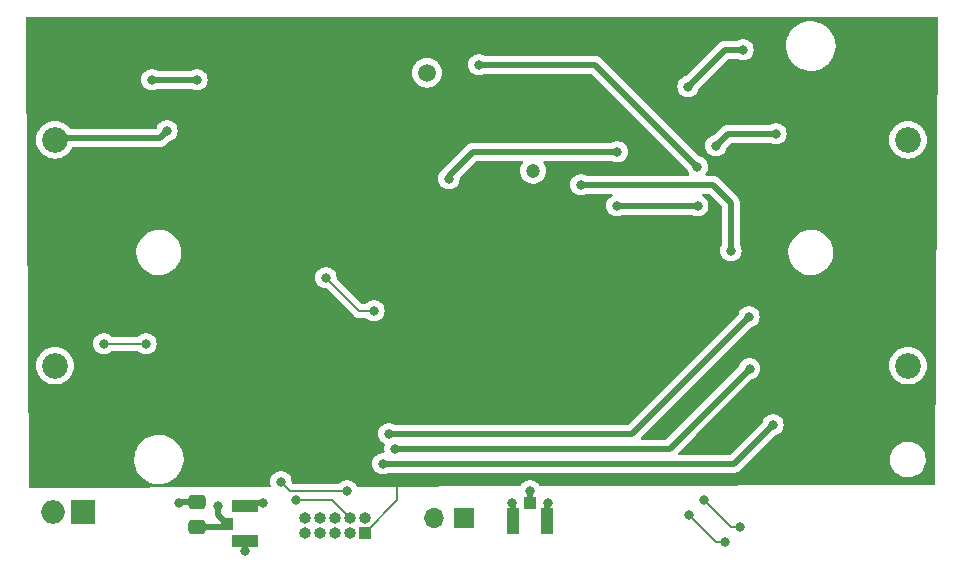
<source format=gbr>
%TF.GenerationSoftware,KiCad,Pcbnew,7.0.1*%
%TF.CreationDate,2023-11-14T16:04:30+01:00*%
%TF.ProjectId,Central_pcb,43656e74-7261-46c5-9f70-63622e6b6963,rev?*%
%TF.SameCoordinates,Original*%
%TF.FileFunction,Copper,L1,Top*%
%TF.FilePolarity,Positive*%
%FSLAX46Y46*%
G04 Gerber Fmt 4.6, Leading zero omitted, Abs format (unit mm)*
G04 Created by KiCad (PCBNEW 7.0.1) date 2023-11-14 16:04:30*
%MOMM*%
%LPD*%
G01*
G04 APERTURE LIST*
G04 Aperture macros list*
%AMRoundRect*
0 Rectangle with rounded corners*
0 $1 Rounding radius*
0 $2 $3 $4 $5 $6 $7 $8 $9 X,Y pos of 4 corners*
0 Add a 4 corners polygon primitive as box body*
4,1,4,$2,$3,$4,$5,$6,$7,$8,$9,$2,$3,0*
0 Add four circle primitives for the rounded corners*
1,1,$1+$1,$2,$3*
1,1,$1+$1,$4,$5*
1,1,$1+$1,$6,$7*
1,1,$1+$1,$8,$9*
0 Add four rect primitives between the rounded corners*
20,1,$1+$1,$2,$3,$4,$5,0*
20,1,$1+$1,$4,$5,$6,$7,0*
20,1,$1+$1,$6,$7,$8,$9,0*
20,1,$1+$1,$8,$9,$2,$3,0*%
G04 Aperture macros list end*
%TA.AperFunction,SMDPad,CuDef*%
%ADD10RoundRect,0.250000X-0.475000X0.337500X-0.475000X-0.337500X0.475000X-0.337500X0.475000X0.337500X0*%
%TD*%
%TA.AperFunction,ComponentPad*%
%ADD11R,2.000000X2.000000*%
%TD*%
%TA.AperFunction,ComponentPad*%
%ADD12O,2.000000X2.000000*%
%TD*%
%TA.AperFunction,ComponentPad*%
%ADD13R,1.000000X1.000000*%
%TD*%
%TA.AperFunction,ComponentPad*%
%ADD14O,1.000000X1.000000*%
%TD*%
%TA.AperFunction,SMDPad,CuDef*%
%ADD15R,1.100000X2.250000*%
%TD*%
%TA.AperFunction,SMDPad,CuDef*%
%ADD16R,1.050000X1.100000*%
%TD*%
%TA.AperFunction,ComponentPad*%
%ADD17C,2.175000*%
%TD*%
%TA.AperFunction,SMDPad,CuDef*%
%ADD18R,2.250000X1.100000*%
%TD*%
%TA.AperFunction,SMDPad,CuDef*%
%ADD19R,1.100000X1.050000*%
%TD*%
%TA.AperFunction,ComponentPad*%
%ADD20R,1.700000X1.700000*%
%TD*%
%TA.AperFunction,ComponentPad*%
%ADD21O,1.700000X1.700000*%
%TD*%
%TA.AperFunction,ComponentPad*%
%ADD22C,1.500000*%
%TD*%
%TA.AperFunction,ComponentPad*%
%ADD23C,1.200000*%
%TD*%
%TA.AperFunction,ViaPad*%
%ADD24C,0.800000*%
%TD*%
%TA.AperFunction,Conductor*%
%ADD25C,0.200000*%
%TD*%
%TA.AperFunction,Conductor*%
%ADD26C,0.508000*%
%TD*%
G04 APERTURE END LIST*
D10*
%TO.P,C23,1*%
%TO.N,GND*%
X115062000Y-109960500D03*
%TO.P,C23,2*%
%TO.N,Net-(J4-SIG)*%
X115062000Y-112035500D03*
%TD*%
D11*
%TO.P,J6,1,Pin_1*%
%TO.N,Net-(J6-Pin_1)*%
X105410000Y-110744000D03*
D12*
%TO.P,J6,2,Pin_2*%
%TO.N,GND*%
X102870000Y-110744000D03*
%TD*%
D13*
%TO.P,J1,1,VTref*%
%TO.N,+3.3V*%
X129286000Y-112522000D03*
D14*
%TO.P,J1,2,SWDIO/TMS*%
%TO.N,Net-(J1-SWDIO{slash}TMS)*%
X129286000Y-111252000D03*
%TO.P,J1,3,GND*%
%TO.N,GND*%
X128016000Y-112522000D03*
%TO.P,J1,4,SWDCLK/TCK*%
%TO.N,Net-(J1-SWDCLK{slash}TCK)*%
X128016000Y-111252000D03*
%TO.P,J1,5,GND*%
%TO.N,GND*%
X126746000Y-112522000D03*
%TO.P,J1,6,SWO/TDO*%
%TO.N,SW0*%
X126746000Y-111252000D03*
%TO.P,J1,7,KEY*%
%TO.N,unconnected-(J1-KEY-Pad7)*%
X125476000Y-112522000D03*
%TO.P,J1,8,NC/TDI*%
%TO.N,unconnected-(J1-NC{slash}TDI-Pad8)*%
X125476000Y-111252000D03*
%TO.P,J1,9,GNDDetect*%
%TO.N,GND*%
X124206000Y-112522000D03*
%TO.P,J1,10,~{RESET}*%
%TO.N,Nreset*%
X124206000Y-111252000D03*
%TD*%
D15*
%TO.P,J2,1,GND*%
%TO.N,GND*%
X144731000Y-111532000D03*
%TO.P,J2,2,GND*%
X141781000Y-111532000D03*
D16*
%TO.P,J2,3,SIG*%
%TO.N,Net-(J2-SIG)*%
X143256000Y-109982000D03*
%TD*%
D17*
%TO.P,BT1,N1*%
%TO.N,Net-(BT1-PadN1)*%
X175260000Y-79248000D03*
%TO.P,BT1,N2*%
%TO.N,GND*%
X103040000Y-98378000D03*
%TO.P,BT1,P1*%
%TO.N,Net-(U2-OUT)*%
X103040000Y-79248000D03*
%TO.P,BT1,P2*%
%TO.N,Net-(BT1-PadN1)*%
X175260000Y-98378000D03*
%TD*%
D18*
%TO.P,J4,1,GND*%
%TO.N,GND*%
X119126000Y-110285000D03*
%TO.P,J4,2,GND*%
X119126000Y-113235000D03*
D19*
%TO.P,J4,3,SIG*%
%TO.N,Net-(J4-SIG)*%
X117576000Y-111760000D03*
%TD*%
D20*
%TO.P,J3,1,Pin_1*%
%TO.N,Net-(J3-Pin_1)*%
X137673000Y-111252000D03*
D21*
%TO.P,J3,2,Pin_2*%
%TO.N,Net-(J3-Pin_2)*%
X135133000Y-111252000D03*
%TD*%
D22*
%TO.P,J5,1*%
%TO.N,N/C*%
X134538000Y-73574000D03*
D23*
%TO.P,J5,2*%
X143538000Y-81874000D03*
%TD*%
D24*
%TO.N,+3.3V*%
X130302000Y-99060000D03*
X132037002Y-107950000D03*
X112776000Y-76200000D03*
X122428000Y-100838000D03*
X138176000Y-88138000D03*
X122428000Y-100838000D03*
X119126000Y-78994000D03*
X125730000Y-77724000D03*
X138176000Y-95504000D03*
X103632000Y-76200000D03*
X125730000Y-84074000D03*
X125730000Y-80010000D03*
X125730000Y-73914000D03*
%TO.N,GND*%
X130048000Y-93726000D03*
X111252000Y-74168000D03*
X150622000Y-84836000D03*
X156718000Y-110998000D03*
X156645999Y-74748001D03*
X107188000Y-96520000D03*
X119126000Y-114046000D03*
X157464300Y-84836000D03*
X164084000Y-78740000D03*
X110744000Y-96520000D03*
X161290000Y-71628000D03*
X159004000Y-79756000D03*
X115062000Y-74168000D03*
X161036000Y-112014000D03*
X159766000Y-113284000D03*
X157988000Y-109728000D03*
X120650000Y-109982000D03*
X141732000Y-109982000D03*
X125984000Y-90932000D03*
X113538000Y-109982000D03*
X144780000Y-109982000D03*
%TO.N,Net-(U2-OUT)*%
X112522000Y-78486000D03*
%TO.N,Net-(J5-VCC)*%
X147574000Y-83058000D03*
X160274000Y-88646000D03*
%TO.N,Net-(J1-SWDIO{slash}TMS)*%
X127762000Y-108966000D03*
X122174000Y-108204000D03*
%TO.N,Net-(J1-SWDCLK{slash}TCK)*%
X123444000Y-109728000D03*
%TO.N,Net-(J5-RST)*%
X157426800Y-81534000D03*
X138938000Y-72898000D03*
%TO.N,Net-(J5-I{slash}O)*%
X150654000Y-80264000D03*
X136398000Y-82550000D03*
%TO.N,RI_BC660*%
X130810000Y-106680000D03*
X163830000Y-103378000D03*
%TO.N,RESET_BC660*%
X131318000Y-104140000D03*
X161798000Y-94234000D03*
%TO.N,PSM_EINT_BC660*%
X161852964Y-98636001D03*
X131826000Y-105410000D03*
%TO.N,Net-(J4-SIG)*%
X116840000Y-110236000D03*
%TO.N,Net-(J2-SIG)*%
X143256000Y-108966000D03*
%TD*%
D25*
%TO.N,+3.3V*%
X132037002Y-109770998D02*
X132037002Y-107950000D01*
X129286000Y-112522000D02*
X132037002Y-109770998D01*
D26*
%TO.N,GND*%
X119126000Y-112981000D02*
X119126000Y-114046000D01*
D25*
X157988000Y-109728000D02*
X160274000Y-112014000D01*
D26*
X144731000Y-111532000D02*
X144731000Y-110031000D01*
X113559500Y-109960500D02*
X113538000Y-109982000D01*
X161290000Y-71628000D02*
X159766000Y-71628000D01*
X115062000Y-109960500D02*
X113559500Y-109960500D01*
X141781000Y-110031000D02*
X141732000Y-109982000D01*
D25*
X130048000Y-93726000D02*
X128778000Y-93726000D01*
X156718000Y-110998000D02*
X159004000Y-113284000D01*
D26*
X120601000Y-110031000D02*
X120650000Y-109982000D01*
X144731000Y-110031000D02*
X144780000Y-109982000D01*
X159766000Y-71628000D02*
X156645999Y-74748001D01*
X111252000Y-74168000D02*
X115062000Y-74168000D01*
X119126000Y-110031000D02*
X120601000Y-110031000D01*
X159004000Y-79756000D02*
X160020000Y-78740000D01*
D25*
X128778000Y-93726000D02*
X125984000Y-90932000D01*
X160274000Y-112014000D02*
X161036000Y-112014000D01*
X159004000Y-113284000D02*
X159766000Y-113284000D01*
D26*
X150622000Y-84836000D02*
X157464300Y-84836000D01*
X141781000Y-111532000D02*
X141781000Y-110031000D01*
X160020000Y-78740000D02*
X164084000Y-78740000D01*
D25*
X110744000Y-96520000D02*
X107188000Y-96520000D01*
D26*
%TO.N,Net-(U2-OUT)*%
X103040000Y-79107000D02*
X111901000Y-79107000D01*
X111901000Y-79107000D02*
X112522000Y-78486000D01*
%TO.N,Net-(J5-VCC)*%
X158750000Y-83058000D02*
X147574000Y-83058000D01*
X160274000Y-88646000D02*
X160274000Y-84582000D01*
X160274000Y-84582000D02*
X158750000Y-83058000D01*
D25*
%TO.N,Net-(J1-SWDIO{slash}TMS)*%
X122936000Y-108966000D02*
X122174000Y-108204000D01*
X127762000Y-108966000D02*
X122936000Y-108966000D01*
%TO.N,Net-(J1-SWDCLK{slash}TCK)*%
X128016000Y-111252000D02*
X126492000Y-109728000D01*
X126492000Y-109728000D02*
X123444000Y-109728000D01*
D26*
%TO.N,Net-(J5-RST)*%
X138938000Y-72898000D02*
X148790800Y-72898000D01*
X148790800Y-72898000D02*
X157426800Y-81534000D01*
%TO.N,Net-(J5-I{slash}O)*%
X138430000Y-80264000D02*
X136398000Y-82296000D01*
X136398000Y-82296000D02*
X136398000Y-82550000D01*
X150654000Y-80264000D02*
X143798840Y-80264000D01*
X143798840Y-80264000D02*
X138430000Y-80264000D01*
%TO.N,RI_BC660*%
X163830000Y-103378000D02*
X160528000Y-106680000D01*
X160528000Y-106680000D02*
X130810000Y-106680000D01*
%TO.N,RESET_BC660*%
X151892000Y-104140000D02*
X131318000Y-104140000D01*
X161798000Y-94234000D02*
X151892000Y-104140000D01*
%TO.N,PSM_EINT_BC660*%
X161852964Y-98636001D02*
X155078965Y-105410000D01*
X155078965Y-105410000D02*
X131826000Y-105410000D01*
%TO.N,Net-(J4-SIG)*%
X117300500Y-112035500D02*
X115062000Y-112035500D01*
X117576000Y-111760000D02*
X117300500Y-112035500D01*
X116840000Y-110236000D02*
X116840000Y-111024000D01*
X116840000Y-111024000D02*
X117576000Y-111760000D01*
%TO.N,Net-(J2-SIG)*%
X143256000Y-109982000D02*
X143256000Y-108966000D01*
%TD*%
%TA.AperFunction,Conductor*%
%TO.N,+3.3V*%
G36*
X177737432Y-68850746D02*
G01*
X177782854Y-68896459D01*
X177799200Y-68958795D01*
X177546787Y-108335202D01*
X177529980Y-108396747D01*
X177484798Y-108441790D01*
X177423201Y-108458406D01*
X144138383Y-108568621D01*
X144076149Y-108552111D01*
X144030585Y-108506621D01*
X144006130Y-108464263D01*
X143988533Y-108433783D01*
X143861870Y-108293110D01*
X143708730Y-108181848D01*
X143535802Y-108104855D01*
X143350648Y-108065500D01*
X143350646Y-108065500D01*
X143161354Y-108065500D01*
X143161352Y-108065500D01*
X142976197Y-108104855D01*
X142803269Y-108181848D01*
X142650129Y-108293110D01*
X142523467Y-108433782D01*
X142478034Y-108512475D01*
X142432824Y-108557759D01*
X142371058Y-108574473D01*
X128673948Y-108619827D01*
X128611715Y-108603318D01*
X128566150Y-108557828D01*
X128494533Y-108433783D01*
X128367870Y-108293110D01*
X128214730Y-108181848D01*
X128041802Y-108104855D01*
X127856648Y-108065500D01*
X127856646Y-108065500D01*
X127667354Y-108065500D01*
X127667352Y-108065500D01*
X127482197Y-108104855D01*
X127309269Y-108181848D01*
X127156128Y-108293111D01*
X127127890Y-108324473D01*
X127086176Y-108354780D01*
X127035741Y-108365500D01*
X123236097Y-108365500D01*
X123188644Y-108356061D01*
X123148416Y-108329181D01*
X123115934Y-108296699D01*
X123086725Y-108250402D01*
X123082746Y-108216759D01*
X123080822Y-108216962D01*
X123079460Y-108204000D01*
X123059674Y-108015744D01*
X123001179Y-107835716D01*
X123001179Y-107835715D01*
X122906533Y-107671783D01*
X122779870Y-107531110D01*
X122626730Y-107419848D01*
X122453802Y-107342855D01*
X122268648Y-107303500D01*
X122268646Y-107303500D01*
X122079354Y-107303500D01*
X122079352Y-107303500D01*
X121894197Y-107342855D01*
X121721269Y-107419848D01*
X121568129Y-107531110D01*
X121441466Y-107671783D01*
X121346820Y-107835715D01*
X121288326Y-108015742D01*
X121268540Y-108204000D01*
X121288326Y-108392259D01*
X121317569Y-108482259D01*
X121322127Y-108539873D01*
X121300076Y-108593296D01*
X121256207Y-108630921D01*
X121200049Y-108644575D01*
X100961620Y-108711590D01*
X100899675Y-108695246D01*
X100854155Y-108650165D01*
X100837212Y-108588383D01*
X100822253Y-106239870D01*
X109745671Y-106239870D01*
X109755874Y-106532048D01*
X109770522Y-106615118D01*
X109806643Y-106819973D01*
X109887297Y-107068199D01*
X109896990Y-107098029D01*
X110021293Y-107352889D01*
X110025153Y-107360802D01*
X110188641Y-107603183D01*
X110188643Y-107603185D01*
X110369311Y-107803839D01*
X110384270Y-107820452D01*
X110608234Y-108008380D01*
X110856173Y-108163309D01*
X111123261Y-108282225D01*
X111161222Y-108293110D01*
X111404297Y-108362811D01*
X111693816Y-108403500D01*
X111693818Y-108403500D01*
X111913005Y-108403500D01*
X111913006Y-108403500D01*
X112131652Y-108388211D01*
X112417627Y-108327425D01*
X112692359Y-108227430D01*
X112950501Y-108090174D01*
X113187029Y-107918327D01*
X113397338Y-107715233D01*
X113577335Y-107484847D01*
X113723517Y-107231653D01*
X113833039Y-106960578D01*
X113902995Y-106680000D01*
X129904540Y-106680000D01*
X129924326Y-106868257D01*
X129982820Y-107048284D01*
X130077466Y-107212216D01*
X130204129Y-107352889D01*
X130357269Y-107464151D01*
X130530197Y-107541144D01*
X130715352Y-107580500D01*
X130715354Y-107580500D01*
X130904646Y-107580500D01*
X130904648Y-107580500D01*
X131028084Y-107554262D01*
X131089803Y-107541144D01*
X131262730Y-107464151D01*
X131270949Y-107458179D01*
X131305513Y-107440569D01*
X131343831Y-107434500D01*
X160464000Y-107434500D01*
X160481970Y-107435809D01*
X160485723Y-107436358D01*
X160505906Y-107439315D01*
X160555547Y-107434972D01*
X160566355Y-107434500D01*
X160571943Y-107434500D01*
X160602903Y-107430881D01*
X160606441Y-107430519D01*
X160681612Y-107423943D01*
X160681617Y-107423941D01*
X160682832Y-107423835D01*
X160702027Y-107419580D01*
X160703179Y-107419160D01*
X160703184Y-107419160D01*
X160774074Y-107393357D01*
X160777434Y-107392190D01*
X160849036Y-107368464D01*
X160849041Y-107368460D01*
X160850202Y-107368076D01*
X160867902Y-107359507D01*
X160868919Y-107358837D01*
X160868924Y-107358836D01*
X160931967Y-107317371D01*
X160934959Y-107315465D01*
X160999154Y-107275870D01*
X160999154Y-107275869D01*
X161000193Y-107275229D01*
X161015444Y-107262805D01*
X161016281Y-107261917D01*
X161016285Y-107261915D01*
X161068071Y-107207023D01*
X161070516Y-107204506D01*
X161901208Y-106373814D01*
X173750826Y-106373814D01*
X173780126Y-106615120D01*
X173847752Y-106848592D01*
X173847753Y-106848595D01*
X173951957Y-107068199D01*
X174090038Y-107268244D01*
X174258421Y-107443549D01*
X174452744Y-107589573D01*
X174667974Y-107702535D01*
X174898538Y-107779509D01*
X175091904Y-107810933D01*
X175138462Y-107818500D01*
X175138463Y-107818500D01*
X175320672Y-107818500D01*
X175320673Y-107818500D01*
X175502285Y-107803839D01*
X175738295Y-107745668D01*
X175961917Y-107650391D01*
X176167360Y-107520477D01*
X176349303Y-107359289D01*
X176503033Y-107171004D01*
X176624570Y-106960496D01*
X176710765Y-106733219D01*
X176759385Y-106495058D01*
X176769173Y-106252182D01*
X176739874Y-106010882D01*
X176672247Y-105777405D01*
X176568043Y-105557801D01*
X176429962Y-105357756D01*
X176261579Y-105182451D01*
X176067256Y-105036427D01*
X175949451Y-104974597D01*
X175852025Y-104923464D01*
X175621463Y-104846491D01*
X175381538Y-104807500D01*
X175381537Y-104807500D01*
X175199327Y-104807500D01*
X175017714Y-104822161D01*
X175017715Y-104822161D01*
X174781701Y-104880333D01*
X174558083Y-104975608D01*
X174352640Y-105105523D01*
X174170697Y-105266710D01*
X174016966Y-105454996D01*
X173895430Y-105665503D01*
X173809234Y-105892782D01*
X173760614Y-106130942D01*
X173750826Y-106373814D01*
X161901208Y-106373814D01*
X163989955Y-104285067D01*
X164018466Y-104263777D01*
X164051846Y-104251462D01*
X164109803Y-104239144D01*
X164109804Y-104239143D01*
X164109806Y-104239143D01*
X164282730Y-104162151D01*
X164435870Y-104050889D01*
X164562533Y-103910216D01*
X164657179Y-103746284D01*
X164657179Y-103746283D01*
X164715674Y-103566256D01*
X164735460Y-103378000D01*
X164715674Y-103189744D01*
X164657179Y-103009716D01*
X164657179Y-103009715D01*
X164562533Y-102845783D01*
X164435870Y-102705110D01*
X164282730Y-102593848D01*
X164109802Y-102516855D01*
X163924648Y-102477500D01*
X163924646Y-102477500D01*
X163735354Y-102477500D01*
X163735352Y-102477500D01*
X163550197Y-102516855D01*
X163377269Y-102593848D01*
X163224129Y-102705110D01*
X163097466Y-102845783D01*
X163002821Y-103009714D01*
X162950201Y-103171661D01*
X162919951Y-103221023D01*
X160251795Y-105889181D01*
X160211567Y-105916061D01*
X160164114Y-105925500D01*
X155929851Y-105925500D01*
X155873556Y-105911985D01*
X155829533Y-105874385D01*
X155807378Y-105820898D01*
X155811920Y-105763182D01*
X155842170Y-105713819D01*
X157333489Y-104222500D01*
X162012919Y-99543068D01*
X162041430Y-99521778D01*
X162074810Y-99509463D01*
X162132767Y-99497145D01*
X162132768Y-99497144D01*
X162132770Y-99497144D01*
X162305694Y-99420152D01*
X162458834Y-99308890D01*
X162585497Y-99168217D01*
X162680143Y-99004285D01*
X162723698Y-98870236D01*
X162738638Y-98824257D01*
X162758424Y-98636001D01*
X162738638Y-98447745D01*
X162715976Y-98378000D01*
X173667090Y-98378000D01*
X173686701Y-98627187D01*
X173745052Y-98870236D01*
X173800578Y-99004285D01*
X173840707Y-99101166D01*
X173971309Y-99314289D01*
X174133643Y-99504357D01*
X174323711Y-99666691D01*
X174536834Y-99797293D01*
X174707443Y-99867961D01*
X174767763Y-99892947D01*
X174844549Y-99911381D01*
X175010814Y-99951299D01*
X175260000Y-99970910D01*
X175509186Y-99951299D01*
X175752236Y-99892947D01*
X175983166Y-99797293D01*
X176196289Y-99666691D01*
X176386357Y-99504357D01*
X176548691Y-99314289D01*
X176679293Y-99101166D01*
X176774947Y-98870236D01*
X176833299Y-98627186D01*
X176852910Y-98378000D01*
X176833299Y-98128814D01*
X176774947Y-97885764D01*
X176760899Y-97851850D01*
X176729008Y-97774857D01*
X176679293Y-97654834D01*
X176548691Y-97441711D01*
X176386357Y-97251643D01*
X176196289Y-97089309D01*
X175983166Y-96958707D01*
X175897861Y-96923372D01*
X175752236Y-96863052D01*
X175509187Y-96804701D01*
X175260000Y-96785090D01*
X175010812Y-96804701D01*
X174767763Y-96863052D01*
X174536832Y-96958708D01*
X174323712Y-97089308D01*
X174133643Y-97251643D01*
X173971308Y-97441712D01*
X173840708Y-97654832D01*
X173745052Y-97885763D01*
X173686701Y-98128812D01*
X173667090Y-98378000D01*
X162715976Y-98378000D01*
X162680143Y-98267717D01*
X162680143Y-98267716D01*
X162585497Y-98103784D01*
X162458834Y-97963111D01*
X162305694Y-97851849D01*
X162132766Y-97774856D01*
X161947612Y-97735501D01*
X161947610Y-97735501D01*
X161758318Y-97735501D01*
X161758316Y-97735501D01*
X161573161Y-97774856D01*
X161400233Y-97851849D01*
X161247093Y-97963111D01*
X161120430Y-98103784D01*
X161025785Y-98267715D01*
X160973165Y-98429662D01*
X160942915Y-98479024D01*
X154802760Y-104619181D01*
X154762532Y-104646061D01*
X154715079Y-104655500D01*
X152742886Y-104655500D01*
X152686591Y-104641985D01*
X152642568Y-104604385D01*
X152620413Y-104550898D01*
X152624955Y-104493182D01*
X152655205Y-104443819D01*
X154621524Y-102477500D01*
X161957955Y-95141067D01*
X161986466Y-95119777D01*
X162019846Y-95107462D01*
X162077803Y-95095144D01*
X162077804Y-95095143D01*
X162077806Y-95095143D01*
X162250730Y-95018151D01*
X162403870Y-94906889D01*
X162530533Y-94766216D01*
X162625179Y-94602284D01*
X162655115Y-94510151D01*
X162683674Y-94422256D01*
X162703460Y-94234000D01*
X162683674Y-94045744D01*
X162625179Y-93865716D01*
X162625179Y-93865715D01*
X162530533Y-93701783D01*
X162403870Y-93561110D01*
X162250730Y-93449848D01*
X162077802Y-93372855D01*
X161892648Y-93333500D01*
X161892646Y-93333500D01*
X161703354Y-93333500D01*
X161703352Y-93333500D01*
X161518197Y-93372855D01*
X161345269Y-93449848D01*
X161192129Y-93561110D01*
X161065466Y-93701783D01*
X160970821Y-93865714D01*
X160918201Y-94027661D01*
X160887951Y-94077023D01*
X151615795Y-103349181D01*
X151575567Y-103376061D01*
X151528114Y-103385500D01*
X131851831Y-103385500D01*
X131813513Y-103379431D01*
X131778949Y-103361820D01*
X131770730Y-103355849D01*
X131770729Y-103355848D01*
X131770727Y-103355847D01*
X131597802Y-103278855D01*
X131412648Y-103239500D01*
X131412646Y-103239500D01*
X131223354Y-103239500D01*
X131223352Y-103239500D01*
X131038197Y-103278855D01*
X130865269Y-103355848D01*
X130712129Y-103467110D01*
X130585466Y-103607783D01*
X130490820Y-103771715D01*
X130432326Y-103951742D01*
X130412540Y-104140000D01*
X130432326Y-104328257D01*
X130490820Y-104508284D01*
X130585466Y-104672216D01*
X130712129Y-104812889D01*
X130865268Y-104924150D01*
X130865269Y-104924150D01*
X130865270Y-104924151D01*
X130913315Y-104945542D01*
X130960594Y-104982479D01*
X130984997Y-105037289D01*
X130980812Y-105097140D01*
X130940326Y-105221742D01*
X130940325Y-105221744D01*
X130940326Y-105221744D01*
X130920540Y-105410000D01*
X130940326Y-105598256D01*
X130946476Y-105617184D01*
X130951018Y-105674897D01*
X130928863Y-105728385D01*
X130884840Y-105765985D01*
X130828545Y-105779500D01*
X130715352Y-105779500D01*
X130530197Y-105818855D01*
X130357269Y-105895848D01*
X130204129Y-106007110D01*
X130077466Y-106147783D01*
X129982820Y-106311715D01*
X129924326Y-106491742D01*
X129904540Y-106680000D01*
X113902995Y-106680000D01*
X113903768Y-106676898D01*
X113934328Y-106386136D01*
X113929650Y-106252185D01*
X113924125Y-106093951D01*
X113909478Y-106010882D01*
X113873357Y-105806027D01*
X113783011Y-105527973D01*
X113654847Y-105265198D01*
X113491359Y-105022817D01*
X113390469Y-104910767D01*
X113295733Y-104805551D01*
X113295731Y-104805549D01*
X113295730Y-104805548D01*
X113071766Y-104617620D01*
X112961621Y-104548794D01*
X112823828Y-104462691D01*
X112646704Y-104383830D01*
X112556739Y-104343775D01*
X112556737Y-104343774D01*
X112556734Y-104343773D01*
X112275702Y-104263188D01*
X111986184Y-104222500D01*
X111986182Y-104222500D01*
X111766994Y-104222500D01*
X111723264Y-104225557D01*
X111548344Y-104237789D01*
X111262376Y-104298574D01*
X110987640Y-104398570D01*
X110729496Y-104535827D01*
X110492973Y-104707671D01*
X110282659Y-104910769D01*
X110102665Y-105141152D01*
X109956483Y-105394345D01*
X109846961Y-105665420D01*
X109776232Y-105949101D01*
X109745671Y-106239870D01*
X100822253Y-106239870D01*
X100772178Y-98378000D01*
X101447090Y-98378000D01*
X101466701Y-98627187D01*
X101525052Y-98870236D01*
X101580578Y-99004285D01*
X101620707Y-99101166D01*
X101751309Y-99314289D01*
X101913643Y-99504357D01*
X102103711Y-99666691D01*
X102316834Y-99797293D01*
X102487443Y-99867961D01*
X102547763Y-99892947D01*
X102624549Y-99911381D01*
X102790814Y-99951299D01*
X103040000Y-99970910D01*
X103289186Y-99951299D01*
X103532236Y-99892947D01*
X103763166Y-99797293D01*
X103976289Y-99666691D01*
X104166357Y-99504357D01*
X104328691Y-99314289D01*
X104459293Y-99101166D01*
X104554947Y-98870236D01*
X104613299Y-98627186D01*
X104632910Y-98378000D01*
X104613299Y-98128814D01*
X104554947Y-97885764D01*
X104540899Y-97851850D01*
X104509008Y-97774857D01*
X104459293Y-97654834D01*
X104328691Y-97441711D01*
X104166357Y-97251643D01*
X103976289Y-97089309D01*
X103763166Y-96958707D01*
X103677861Y-96923372D01*
X103532236Y-96863052D01*
X103289187Y-96804701D01*
X103040000Y-96785090D01*
X102790812Y-96804701D01*
X102547763Y-96863052D01*
X102316832Y-96958708D01*
X102103712Y-97089308D01*
X101913643Y-97251643D01*
X101751308Y-97441712D01*
X101620708Y-97654832D01*
X101525052Y-97885763D01*
X101466701Y-98128812D01*
X101447090Y-98378000D01*
X100772178Y-98378000D01*
X100760344Y-96520000D01*
X106282540Y-96520000D01*
X106302326Y-96708257D01*
X106360820Y-96888284D01*
X106455466Y-97052216D01*
X106582129Y-97192889D01*
X106735269Y-97304151D01*
X106908197Y-97381144D01*
X107093352Y-97420500D01*
X107093354Y-97420500D01*
X107282646Y-97420500D01*
X107282648Y-97420500D01*
X107406083Y-97394262D01*
X107467803Y-97381144D01*
X107640730Y-97304151D01*
X107793871Y-97192888D01*
X107793870Y-97192888D01*
X107822110Y-97161527D01*
X107863824Y-97131220D01*
X107914259Y-97120500D01*
X110017741Y-97120500D01*
X110068176Y-97131220D01*
X110109890Y-97161527D01*
X110138128Y-97192888D01*
X110291269Y-97304151D01*
X110464197Y-97381144D01*
X110649352Y-97420500D01*
X110649354Y-97420500D01*
X110838646Y-97420500D01*
X110838648Y-97420500D01*
X110962083Y-97394262D01*
X111023803Y-97381144D01*
X111196730Y-97304151D01*
X111196730Y-97304150D01*
X111349870Y-97192889D01*
X111476533Y-97052216D01*
X111571179Y-96888284D01*
X111604709Y-96785090D01*
X111629674Y-96708256D01*
X111649460Y-96520000D01*
X111629674Y-96331744D01*
X111571179Y-96151716D01*
X111571179Y-96151715D01*
X111476533Y-95987783D01*
X111349870Y-95847110D01*
X111196730Y-95735848D01*
X111023802Y-95658855D01*
X110838648Y-95619500D01*
X110838646Y-95619500D01*
X110649354Y-95619500D01*
X110649352Y-95619500D01*
X110464197Y-95658855D01*
X110291269Y-95735848D01*
X110138128Y-95847111D01*
X110109890Y-95878473D01*
X110068176Y-95908780D01*
X110017741Y-95919500D01*
X107914259Y-95919500D01*
X107863824Y-95908780D01*
X107822110Y-95878473D01*
X107793871Y-95847111D01*
X107640730Y-95735848D01*
X107467802Y-95658855D01*
X107282648Y-95619500D01*
X107282646Y-95619500D01*
X107093354Y-95619500D01*
X107093352Y-95619500D01*
X106908197Y-95658855D01*
X106735269Y-95735848D01*
X106582129Y-95847110D01*
X106455466Y-95987783D01*
X106360820Y-96151715D01*
X106302326Y-96331742D01*
X106282540Y-96520000D01*
X100760344Y-96520000D01*
X100724752Y-90932000D01*
X125078540Y-90932000D01*
X125098326Y-91120257D01*
X125156820Y-91300284D01*
X125251466Y-91464216D01*
X125378129Y-91604889D01*
X125531269Y-91716151D01*
X125704197Y-91793144D01*
X125889352Y-91832500D01*
X125889354Y-91832500D01*
X125983903Y-91832500D01*
X126031356Y-91841939D01*
X126071584Y-91868819D01*
X128319799Y-94117034D01*
X128330494Y-94129229D01*
X128349717Y-94154282D01*
X128453608Y-94233999D01*
X128453609Y-94234000D01*
X128475159Y-94250536D01*
X128621238Y-94311044D01*
X128746698Y-94327561D01*
X128777999Y-94331682D01*
X128777999Y-94331681D01*
X128778000Y-94331682D01*
X128809302Y-94327560D01*
X128825487Y-94326500D01*
X129321741Y-94326500D01*
X129372176Y-94337220D01*
X129413890Y-94367527D01*
X129442128Y-94398888D01*
X129595269Y-94510151D01*
X129768197Y-94587144D01*
X129953352Y-94626500D01*
X129953354Y-94626500D01*
X130142646Y-94626500D01*
X130142648Y-94626500D01*
X130266084Y-94600262D01*
X130327803Y-94587144D01*
X130500730Y-94510151D01*
X130653871Y-94398888D01*
X130780533Y-94258216D01*
X130875179Y-94094284D01*
X130933674Y-93914256D01*
X130953460Y-93726000D01*
X130933674Y-93537744D01*
X130903332Y-93444363D01*
X130875179Y-93357715D01*
X130780533Y-93193783D01*
X130653870Y-93053110D01*
X130500730Y-92941848D01*
X130327802Y-92864855D01*
X130142648Y-92825500D01*
X130142646Y-92825500D01*
X129953354Y-92825500D01*
X129953352Y-92825500D01*
X129768197Y-92864855D01*
X129595269Y-92941848D01*
X129442128Y-93053111D01*
X129413890Y-93084473D01*
X129372176Y-93114780D01*
X129321741Y-93125500D01*
X129078097Y-93125500D01*
X129030644Y-93116061D01*
X128990416Y-93089181D01*
X126925934Y-91024699D01*
X126896725Y-90978402D01*
X126892746Y-90944759D01*
X126890822Y-90944962D01*
X126889460Y-90932000D01*
X126869674Y-90743744D01*
X126817292Y-90582530D01*
X126811179Y-90563715D01*
X126716533Y-90399783D01*
X126589870Y-90259110D01*
X126436730Y-90147848D01*
X126263802Y-90070855D01*
X126078648Y-90031500D01*
X126078646Y-90031500D01*
X125889354Y-90031500D01*
X125889352Y-90031500D01*
X125704197Y-90070855D01*
X125531269Y-90147848D01*
X125378129Y-90259110D01*
X125251466Y-90399783D01*
X125156820Y-90563715D01*
X125098326Y-90743742D01*
X125078540Y-90932000D01*
X100724752Y-90932000D01*
X100711604Y-88867778D01*
X109930677Y-88867778D01*
X109961183Y-89145033D01*
X109996795Y-89281248D01*
X110031735Y-89414894D01*
X110140826Y-89671606D01*
X110286131Y-89909698D01*
X110464555Y-90124096D01*
X110672293Y-90310231D01*
X110904920Y-90464135D01*
X111157476Y-90582528D01*
X111424579Y-90662888D01*
X111700535Y-90703500D01*
X111909638Y-90703500D01*
X111909641Y-90703500D01*
X112118186Y-90688236D01*
X112390437Y-90627590D01*
X112390437Y-90627589D01*
X112390441Y-90627589D01*
X112650966Y-90527947D01*
X112894206Y-90391434D01*
X113114977Y-90220959D01*
X113308575Y-90020157D01*
X113470872Y-89793307D01*
X113470871Y-89793307D01*
X113470875Y-89793303D01*
X113598408Y-89545249D01*
X113598411Y-89545244D01*
X113688471Y-89281254D01*
X113739135Y-89006964D01*
X113749322Y-88728221D01*
X113718816Y-88450965D01*
X113648265Y-88181106D01*
X113539174Y-87924394D01*
X113393869Y-87686302D01*
X113215445Y-87471904D01*
X113007707Y-87285769D01*
X112775080Y-87131865D01*
X112522524Y-87013472D01*
X112522519Y-87013470D01*
X112522516Y-87013469D01*
X112255427Y-86933113D01*
X112255421Y-86933112D01*
X111979465Y-86892500D01*
X111770362Y-86892500D01*
X111770359Y-86892500D01*
X111561813Y-86907763D01*
X111289562Y-86968409D01*
X111029033Y-87068053D01*
X110785793Y-87204566D01*
X110565022Y-87375040D01*
X110371427Y-87575840D01*
X110209124Y-87802696D01*
X110081591Y-88050750D01*
X109991527Y-88314751D01*
X109940864Y-88589035D01*
X109930677Y-88867778D01*
X100711604Y-88867778D01*
X100671363Y-82549999D01*
X135492540Y-82549999D01*
X135512326Y-82738257D01*
X135570820Y-82918284D01*
X135665466Y-83082216D01*
X135792129Y-83222889D01*
X135945269Y-83334151D01*
X136118197Y-83411144D01*
X136303352Y-83450500D01*
X136303354Y-83450500D01*
X136492646Y-83450500D01*
X136492648Y-83450500D01*
X136616084Y-83424262D01*
X136677803Y-83411144D01*
X136850730Y-83334151D01*
X137003871Y-83222888D01*
X137130533Y-83082216D01*
X137225179Y-82918284D01*
X137283674Y-82738256D01*
X137303460Y-82550000D01*
X137300850Y-82525172D01*
X137307283Y-82470822D01*
X137336488Y-82424534D01*
X138706204Y-81054819D01*
X138746433Y-81027939D01*
X138793886Y-81018500D01*
X142555974Y-81018500D01*
X142621252Y-81037073D01*
X142666974Y-81087228D01*
X142679445Y-81153941D01*
X142654928Y-81217227D01*
X142598324Y-81292181D01*
X142507418Y-81474748D01*
X142451602Y-81670916D01*
X142432785Y-81873999D01*
X142451602Y-82077083D01*
X142507418Y-82273251D01*
X142598324Y-82455818D01*
X142721236Y-82618580D01*
X142871958Y-82755981D01*
X143045361Y-82863347D01*
X143045363Y-82863348D01*
X143235544Y-82937024D01*
X143436024Y-82974500D01*
X143639974Y-82974500D01*
X143639976Y-82974500D01*
X143840456Y-82937024D01*
X144030637Y-82863348D01*
X144204041Y-82755981D01*
X144354764Y-82618579D01*
X144477673Y-82455821D01*
X144477673Y-82455819D01*
X144477675Y-82455818D01*
X144553659Y-82303219D01*
X144568582Y-82273250D01*
X144624397Y-82077083D01*
X144643215Y-81874000D01*
X144624397Y-81670917D01*
X144568582Y-81474750D01*
X144568209Y-81474001D01*
X144477675Y-81292181D01*
X144421072Y-81217227D01*
X144396555Y-81153941D01*
X144409026Y-81087228D01*
X144454748Y-81037073D01*
X144520026Y-81018500D01*
X150120169Y-81018500D01*
X150158487Y-81024569D01*
X150193050Y-81042179D01*
X150201270Y-81048151D01*
X150201271Y-81048151D01*
X150201272Y-81048152D01*
X150374197Y-81125144D01*
X150559352Y-81164500D01*
X150559354Y-81164500D01*
X150748646Y-81164500D01*
X150748648Y-81164500D01*
X150872084Y-81138262D01*
X150933803Y-81125144D01*
X151106730Y-81048151D01*
X151259871Y-80936888D01*
X151386533Y-80796216D01*
X151481179Y-80632284D01*
X151539674Y-80452256D01*
X151559460Y-80264000D01*
X151539674Y-80075744D01*
X151486786Y-79912973D01*
X151481179Y-79895715D01*
X151386533Y-79731783D01*
X151259870Y-79591110D01*
X151106730Y-79479848D01*
X150933802Y-79402855D01*
X150748648Y-79363500D01*
X150748646Y-79363500D01*
X150559354Y-79363500D01*
X150559352Y-79363500D01*
X150374197Y-79402855D01*
X150201272Y-79479847D01*
X150197701Y-79482441D01*
X150193050Y-79485820D01*
X150158487Y-79503431D01*
X150120169Y-79509500D01*
X143887028Y-79509500D01*
X138494000Y-79509500D01*
X138476030Y-79508191D01*
X138462638Y-79506229D01*
X138452094Y-79504685D01*
X138452093Y-79504685D01*
X138402452Y-79509028D01*
X138391645Y-79509500D01*
X138386058Y-79509500D01*
X138355112Y-79513116D01*
X138351530Y-79513482D01*
X138275176Y-79520162D01*
X138255962Y-79524422D01*
X138183926Y-79550640D01*
X138180524Y-79551822D01*
X138107814Y-79575917D01*
X138090088Y-79584498D01*
X138026067Y-79626604D01*
X138023030Y-79628539D01*
X137957816Y-79668765D01*
X137942543Y-79681206D01*
X137889944Y-79736956D01*
X137887433Y-79739541D01*
X135909741Y-81717233D01*
X135896112Y-81729012D01*
X135876708Y-81743458D01*
X135844676Y-81781632D01*
X135837379Y-81789596D01*
X135833414Y-81793561D01*
X135814089Y-81818001D01*
X135811814Y-81820794D01*
X135762554Y-81879500D01*
X135751973Y-81896109D01*
X135735044Y-81932413D01*
X135714815Y-81962975D01*
X135665466Y-82017784D01*
X135570820Y-82181715D01*
X135512326Y-82361742D01*
X135492540Y-82549999D01*
X100671363Y-82549999D01*
X100650331Y-79248000D01*
X101447090Y-79248000D01*
X101466701Y-79497187D01*
X101525052Y-79740236D01*
X101575824Y-79862809D01*
X101620707Y-79971166D01*
X101751309Y-80184289D01*
X101913643Y-80374357D01*
X102103711Y-80536691D01*
X102316834Y-80667293D01*
X102487443Y-80737961D01*
X102547763Y-80762947D01*
X102624549Y-80781381D01*
X102790814Y-80821299D01*
X103040000Y-80840910D01*
X103289186Y-80821299D01*
X103532236Y-80762947D01*
X103763166Y-80667293D01*
X103976289Y-80536691D01*
X104166357Y-80374357D01*
X104328691Y-80184289D01*
X104459293Y-79971166D01*
X104473011Y-79938045D01*
X104499891Y-79897819D01*
X104540119Y-79870939D01*
X104587572Y-79861500D01*
X111837000Y-79861500D01*
X111854970Y-79862809D01*
X111858723Y-79863358D01*
X111878906Y-79866315D01*
X111928547Y-79861972D01*
X111939355Y-79861500D01*
X111944943Y-79861500D01*
X111975903Y-79857881D01*
X111979441Y-79857519D01*
X112054612Y-79850943D01*
X112054617Y-79850941D01*
X112055832Y-79850835D01*
X112075027Y-79846580D01*
X112076179Y-79846160D01*
X112076184Y-79846160D01*
X112147074Y-79820357D01*
X112150434Y-79819190D01*
X112222036Y-79795464D01*
X112222041Y-79795460D01*
X112223202Y-79795076D01*
X112240902Y-79786507D01*
X112241919Y-79785837D01*
X112241924Y-79785836D01*
X112304967Y-79744371D01*
X112307959Y-79742465D01*
X112372154Y-79702870D01*
X112372154Y-79702869D01*
X112373193Y-79702229D01*
X112388444Y-79689805D01*
X112389281Y-79688917D01*
X112389285Y-79688915D01*
X112441071Y-79634023D01*
X112443516Y-79631506D01*
X112681955Y-79393067D01*
X112710466Y-79371777D01*
X112743846Y-79359462D01*
X112801803Y-79347144D01*
X112801804Y-79347143D01*
X112801806Y-79347143D01*
X112974730Y-79270151D01*
X113127870Y-79158889D01*
X113254533Y-79018216D01*
X113349179Y-78854284D01*
X113381190Y-78755764D01*
X113407674Y-78674256D01*
X113427460Y-78486000D01*
X113407674Y-78297744D01*
X113357968Y-78144765D01*
X113349179Y-78117715D01*
X113254533Y-77953783D01*
X113127870Y-77813110D01*
X112974730Y-77701848D01*
X112801802Y-77624855D01*
X112616648Y-77585500D01*
X112616646Y-77585500D01*
X112427354Y-77585500D01*
X112427352Y-77585500D01*
X112242197Y-77624855D01*
X112069269Y-77701848D01*
X111916129Y-77813110D01*
X111789466Y-77953783D01*
X111694820Y-78117715D01*
X111646375Y-78266818D01*
X111620594Y-78311472D01*
X111578879Y-78341780D01*
X111528444Y-78352500D01*
X104420693Y-78352500D01*
X104368779Y-78341110D01*
X104326403Y-78309032D01*
X104313120Y-78293479D01*
X104166357Y-78121643D01*
X103976289Y-77959309D01*
X103763166Y-77828707D01*
X103677861Y-77793372D01*
X103532236Y-77733052D01*
X103289187Y-77674701D01*
X103040000Y-77655090D01*
X102790812Y-77674701D01*
X102547763Y-77733052D01*
X102316832Y-77828708D01*
X102103712Y-77959308D01*
X101913643Y-78121643D01*
X101751308Y-78311712D01*
X101620708Y-78524832D01*
X101525052Y-78755763D01*
X101466701Y-78998812D01*
X101447090Y-79248000D01*
X100650331Y-79248000D01*
X100622260Y-74840889D01*
X100617974Y-74168000D01*
X110346540Y-74168000D01*
X110366326Y-74356257D01*
X110424820Y-74536284D01*
X110519466Y-74700216D01*
X110646129Y-74840889D01*
X110799269Y-74952151D01*
X110972197Y-75029144D01*
X111157352Y-75068500D01*
X111157354Y-75068500D01*
X111346646Y-75068500D01*
X111346648Y-75068500D01*
X111470084Y-75042262D01*
X111531803Y-75029144D01*
X111704730Y-74952151D01*
X111712949Y-74946179D01*
X111747513Y-74928569D01*
X111785831Y-74922500D01*
X114528169Y-74922500D01*
X114566487Y-74928569D01*
X114601050Y-74946179D01*
X114609270Y-74952151D01*
X114609271Y-74952151D01*
X114609272Y-74952152D01*
X114782197Y-75029144D01*
X114967352Y-75068500D01*
X114967354Y-75068500D01*
X115156646Y-75068500D01*
X115156648Y-75068500D01*
X115280084Y-75042262D01*
X115341803Y-75029144D01*
X115514730Y-74952151D01*
X115667871Y-74840888D01*
X115794533Y-74700216D01*
X115889179Y-74536284D01*
X115947674Y-74356256D01*
X115967460Y-74168000D01*
X115947674Y-73979744D01*
X115889179Y-73799716D01*
X115889179Y-73799715D01*
X115794533Y-73635783D01*
X115738903Y-73574000D01*
X133282722Y-73574000D01*
X133301792Y-73791974D01*
X133352104Y-73979742D01*
X133358425Y-74003330D01*
X133450898Y-74201639D01*
X133576402Y-74380877D01*
X133731123Y-74535598D01*
X133910361Y-74661102D01*
X134108670Y-74753575D01*
X134320023Y-74810207D01*
X134538000Y-74829277D01*
X134755977Y-74810207D01*
X134967330Y-74753575D01*
X135165639Y-74661102D01*
X135344877Y-74535598D01*
X135499598Y-74380877D01*
X135625102Y-74201639D01*
X135717575Y-74003330D01*
X135774207Y-73791977D01*
X135793277Y-73574000D01*
X135774207Y-73356023D01*
X135717575Y-73144670D01*
X135625102Y-72946362D01*
X135591239Y-72898000D01*
X138032540Y-72898000D01*
X138052326Y-73086257D01*
X138110820Y-73266284D01*
X138205466Y-73430216D01*
X138332129Y-73570889D01*
X138485269Y-73682151D01*
X138658197Y-73759144D01*
X138843352Y-73798500D01*
X138843354Y-73798500D01*
X139032646Y-73798500D01*
X139032648Y-73798500D01*
X139156084Y-73772262D01*
X139217803Y-73759144D01*
X139390730Y-73682151D01*
X139398949Y-73676179D01*
X139433513Y-73658569D01*
X139471831Y-73652500D01*
X148426914Y-73652500D01*
X148474367Y-73661939D01*
X148514595Y-73688819D01*
X156516751Y-81690975D01*
X156547001Y-81740338D01*
X156599620Y-81902284D01*
X156694266Y-82066216D01*
X156721559Y-82096527D01*
X156748842Y-82146153D01*
X156751214Y-82202735D01*
X156728180Y-82254470D01*
X156684545Y-82290568D01*
X156629410Y-82303500D01*
X148107831Y-82303500D01*
X148069513Y-82297431D01*
X148034949Y-82279820D01*
X148026730Y-82273849D01*
X148026729Y-82273848D01*
X148026727Y-82273847D01*
X147853802Y-82196855D01*
X147668648Y-82157500D01*
X147668646Y-82157500D01*
X147479354Y-82157500D01*
X147479352Y-82157500D01*
X147294197Y-82196855D01*
X147121269Y-82273848D01*
X146968129Y-82385110D01*
X146841466Y-82525783D01*
X146746820Y-82689715D01*
X146688326Y-82869742D01*
X146668540Y-83057999D01*
X146688326Y-83246257D01*
X146746820Y-83426284D01*
X146841466Y-83590216D01*
X146968129Y-83730889D01*
X147121269Y-83842151D01*
X147294197Y-83919144D01*
X147479352Y-83958500D01*
X147479354Y-83958500D01*
X147668646Y-83958500D01*
X147668648Y-83958500D01*
X147792083Y-83932262D01*
X147853803Y-83919144D01*
X148026730Y-83842151D01*
X148034949Y-83836179D01*
X148069513Y-83818569D01*
X148107831Y-83812500D01*
X150123481Y-83812500D01*
X150187716Y-83830435D01*
X150233370Y-83879051D01*
X150247236Y-83944286D01*
X150225304Y-84007268D01*
X150173917Y-84049779D01*
X150169269Y-84051848D01*
X150016129Y-84163110D01*
X149889466Y-84303783D01*
X149794820Y-84467715D01*
X149736326Y-84647742D01*
X149716540Y-84836000D01*
X149736326Y-85024257D01*
X149794820Y-85204284D01*
X149889466Y-85368216D01*
X150016129Y-85508889D01*
X150169269Y-85620151D01*
X150342197Y-85697144D01*
X150527352Y-85736500D01*
X150527354Y-85736500D01*
X150716646Y-85736500D01*
X150716648Y-85736500D01*
X150840083Y-85710262D01*
X150901803Y-85697144D01*
X151074730Y-85620151D01*
X151082949Y-85614179D01*
X151117513Y-85596569D01*
X151155831Y-85590500D01*
X156930469Y-85590500D01*
X156968787Y-85596569D01*
X157003350Y-85614179D01*
X157011570Y-85620151D01*
X157011571Y-85620151D01*
X157011572Y-85620152D01*
X157184497Y-85697144D01*
X157369652Y-85736500D01*
X157369654Y-85736500D01*
X157558946Y-85736500D01*
X157558948Y-85736500D01*
X157682383Y-85710262D01*
X157744103Y-85697144D01*
X157917030Y-85620151D01*
X158070171Y-85508888D01*
X158196833Y-85368216D01*
X158291479Y-85204284D01*
X158349974Y-85024256D01*
X158369760Y-84836000D01*
X158349974Y-84647744D01*
X158291479Y-84467716D01*
X158291479Y-84467715D01*
X158196833Y-84303783D01*
X158070170Y-84163110D01*
X157917030Y-84051848D01*
X157912383Y-84049779D01*
X157860996Y-84007268D01*
X157839064Y-83944286D01*
X157852930Y-83879051D01*
X157898584Y-83830435D01*
X157962819Y-83812500D01*
X158386114Y-83812500D01*
X158433567Y-83821939D01*
X158473795Y-83848819D01*
X159483181Y-84858205D01*
X159510061Y-84898433D01*
X159519500Y-84945886D01*
X159519500Y-88118606D01*
X159502887Y-88180606D01*
X159446820Y-88277715D01*
X159388326Y-88457742D01*
X159368540Y-88645999D01*
X159388326Y-88834257D01*
X159446820Y-89014284D01*
X159541466Y-89178216D01*
X159668129Y-89318889D01*
X159821269Y-89430151D01*
X159994197Y-89507144D01*
X160179352Y-89546500D01*
X160179354Y-89546500D01*
X160368646Y-89546500D01*
X160368648Y-89546500D01*
X160492084Y-89520262D01*
X160553803Y-89507144D01*
X160726730Y-89430151D01*
X160879871Y-89318888D01*
X161006533Y-89178216D01*
X161101179Y-89014284D01*
X161148782Y-88867778D01*
X165130677Y-88867778D01*
X165161183Y-89145033D01*
X165196795Y-89281248D01*
X165231735Y-89414894D01*
X165340826Y-89671606D01*
X165486131Y-89909698D01*
X165664555Y-90124096D01*
X165872293Y-90310231D01*
X166104920Y-90464135D01*
X166357476Y-90582528D01*
X166624579Y-90662888D01*
X166900535Y-90703500D01*
X167109638Y-90703500D01*
X167109641Y-90703500D01*
X167318186Y-90688236D01*
X167590437Y-90627590D01*
X167590437Y-90627589D01*
X167590441Y-90627589D01*
X167850966Y-90527947D01*
X168094206Y-90391434D01*
X168314977Y-90220959D01*
X168508575Y-90020157D01*
X168670872Y-89793307D01*
X168670871Y-89793307D01*
X168670875Y-89793303D01*
X168798408Y-89545249D01*
X168798411Y-89545244D01*
X168888471Y-89281254D01*
X168939135Y-89006964D01*
X168949322Y-88728221D01*
X168918816Y-88450965D01*
X168848265Y-88181106D01*
X168739174Y-87924394D01*
X168593869Y-87686302D01*
X168415445Y-87471904D01*
X168207707Y-87285769D01*
X167975080Y-87131865D01*
X167722524Y-87013472D01*
X167722519Y-87013470D01*
X167722516Y-87013469D01*
X167455427Y-86933113D01*
X167455421Y-86933112D01*
X167179465Y-86892500D01*
X166970362Y-86892500D01*
X166970359Y-86892500D01*
X166761813Y-86907763D01*
X166489562Y-86968409D01*
X166229033Y-87068053D01*
X165985793Y-87204566D01*
X165765022Y-87375040D01*
X165571427Y-87575840D01*
X165409124Y-87802696D01*
X165281591Y-88050750D01*
X165191527Y-88314751D01*
X165140864Y-88589035D01*
X165130677Y-88867778D01*
X161148782Y-88867778D01*
X161159674Y-88834256D01*
X161179460Y-88646000D01*
X161159674Y-88457744D01*
X161129332Y-88364363D01*
X161101179Y-88277715D01*
X161045113Y-88180606D01*
X161028500Y-88118606D01*
X161028500Y-84645993D01*
X161029809Y-84628023D01*
X161030121Y-84625888D01*
X161033314Y-84604093D01*
X161028972Y-84554463D01*
X161028500Y-84543656D01*
X161028500Y-84538057D01*
X161024877Y-84507063D01*
X161024514Y-84503517D01*
X161017942Y-84428388D01*
X161017836Y-84427174D01*
X161013578Y-84407966D01*
X161013160Y-84406818D01*
X161013160Y-84406816D01*
X160987364Y-84335943D01*
X160986181Y-84332538D01*
X160976653Y-84303784D01*
X160962464Y-84260964D01*
X160962462Y-84260961D01*
X160962078Y-84259801D01*
X160953504Y-84242091D01*
X160911376Y-84178038D01*
X160909461Y-84175033D01*
X160869870Y-84110846D01*
X160869229Y-84109806D01*
X160856802Y-84094551D01*
X160801061Y-84041963D01*
X160798473Y-84039449D01*
X159328766Y-82569742D01*
X159316983Y-82556108D01*
X159302538Y-82536705D01*
X159264365Y-82504674D01*
X159256389Y-82497365D01*
X159252439Y-82493415D01*
X159227986Y-82474079D01*
X159225192Y-82471804D01*
X159206141Y-82455818D01*
X159167427Y-82423333D01*
X159167425Y-82423332D01*
X159166492Y-82422549D01*
X159149898Y-82411976D01*
X159080442Y-82379589D01*
X159077197Y-82378018D01*
X159008722Y-82343629D01*
X158990125Y-82337165D01*
X158915086Y-82321670D01*
X158911569Y-82320890D01*
X158837005Y-82303219D01*
X158817425Y-82301218D01*
X158740804Y-82303448D01*
X158737198Y-82303500D01*
X158224190Y-82303500D01*
X158169055Y-82290568D01*
X158125420Y-82254470D01*
X158102386Y-82202735D01*
X158104758Y-82146153D01*
X158132041Y-82096527D01*
X158159333Y-82066216D01*
X158253979Y-81902284D01*
X158289306Y-81793559D01*
X158312474Y-81722256D01*
X158332260Y-81534000D01*
X158312474Y-81345744D01*
X158253979Y-81165716D01*
X158253979Y-81165715D01*
X158159333Y-81001783D01*
X158032670Y-80861110D01*
X157879532Y-80749849D01*
X157764245Y-80698520D01*
X157706603Y-80672856D01*
X157680423Y-80667291D01*
X157648650Y-80660537D01*
X157615264Y-80648220D01*
X157586752Y-80626928D01*
X156715823Y-79755999D01*
X158098540Y-79755999D01*
X158118326Y-79944257D01*
X158176820Y-80124284D01*
X158271466Y-80288216D01*
X158398129Y-80428889D01*
X158551269Y-80540151D01*
X158724197Y-80617144D01*
X158909352Y-80656500D01*
X158909354Y-80656500D01*
X159098646Y-80656500D01*
X159098648Y-80656500D01*
X159222084Y-80630262D01*
X159283803Y-80617144D01*
X159456730Y-80540151D01*
X159609871Y-80428888D01*
X159736533Y-80288216D01*
X159831179Y-80124284D01*
X159883799Y-79962334D01*
X159914047Y-79912975D01*
X160296204Y-79530819D01*
X160336433Y-79503939D01*
X160383886Y-79494500D01*
X163550169Y-79494500D01*
X163588487Y-79500569D01*
X163623050Y-79518179D01*
X163631270Y-79524151D01*
X163631271Y-79524151D01*
X163631272Y-79524152D01*
X163804197Y-79601144D01*
X163989352Y-79640500D01*
X163989354Y-79640500D01*
X164178646Y-79640500D01*
X164178648Y-79640500D01*
X164302084Y-79614262D01*
X164363803Y-79601144D01*
X164536730Y-79524151D01*
X164551918Y-79513116D01*
X164689870Y-79412889D01*
X164816533Y-79272216D01*
X164830515Y-79247999D01*
X173667090Y-79247999D01*
X173686701Y-79497187D01*
X173745052Y-79740236D01*
X173795824Y-79862809D01*
X173840707Y-79971166D01*
X173971309Y-80184289D01*
X174133643Y-80374357D01*
X174323711Y-80536691D01*
X174536834Y-80667293D01*
X174707443Y-80737961D01*
X174767763Y-80762947D01*
X174844549Y-80781381D01*
X175010814Y-80821299D01*
X175260000Y-80840910D01*
X175509186Y-80821299D01*
X175752236Y-80762947D01*
X175983166Y-80667293D01*
X176196289Y-80536691D01*
X176386357Y-80374357D01*
X176548691Y-80184289D01*
X176679293Y-79971166D01*
X176774947Y-79740236D01*
X176833299Y-79497186D01*
X176852910Y-79248000D01*
X176833299Y-78998814D01*
X176774947Y-78755764D01*
X176768417Y-78740000D01*
X176741185Y-78674256D01*
X176679293Y-78524834D01*
X176548691Y-78311711D01*
X176386357Y-78121643D01*
X176196289Y-77959309D01*
X175983166Y-77828707D01*
X175897861Y-77793372D01*
X175752236Y-77733052D01*
X175509187Y-77674701D01*
X175260000Y-77655090D01*
X175010812Y-77674701D01*
X174767763Y-77733052D01*
X174536832Y-77828708D01*
X174323712Y-77959308D01*
X174133643Y-78121643D01*
X173971308Y-78311712D01*
X173840708Y-78524832D01*
X173745052Y-78755763D01*
X173686701Y-78998812D01*
X173667090Y-79247999D01*
X164830515Y-79247999D01*
X164911179Y-79108284D01*
X164919358Y-79083112D01*
X164969674Y-78928256D01*
X164989460Y-78740000D01*
X164969674Y-78551744D01*
X164911179Y-78371716D01*
X164911179Y-78371715D01*
X164816533Y-78207783D01*
X164689870Y-78067110D01*
X164536730Y-77955848D01*
X164363802Y-77878855D01*
X164178648Y-77839500D01*
X164178646Y-77839500D01*
X163989354Y-77839500D01*
X163989352Y-77839500D01*
X163804197Y-77878855D01*
X163631272Y-77955847D01*
X163627701Y-77958441D01*
X163623050Y-77961820D01*
X163588487Y-77979431D01*
X163550169Y-77985500D01*
X160084000Y-77985500D01*
X160066030Y-77984191D01*
X160052638Y-77982229D01*
X160042094Y-77980685D01*
X160042093Y-77980685D01*
X159992452Y-77985028D01*
X159981645Y-77985500D01*
X159976058Y-77985500D01*
X159945112Y-77989116D01*
X159941530Y-77989482D01*
X159865176Y-77996162D01*
X159845962Y-78000422D01*
X159773926Y-78026640D01*
X159770524Y-78027822D01*
X159697814Y-78051917D01*
X159680088Y-78060498D01*
X159616067Y-78102604D01*
X159613030Y-78104539D01*
X159547816Y-78144765D01*
X159532543Y-78157206D01*
X159479944Y-78212956D01*
X159477433Y-78215541D01*
X158844046Y-78848928D01*
X158815534Y-78870220D01*
X158782149Y-78882537D01*
X158724197Y-78894856D01*
X158551267Y-78971849D01*
X158398129Y-79083110D01*
X158271466Y-79223783D01*
X158176820Y-79387715D01*
X158118326Y-79567742D01*
X158098540Y-79755999D01*
X156715823Y-79755999D01*
X151707824Y-74748000D01*
X155740539Y-74748000D01*
X155760325Y-74936258D01*
X155818819Y-75116285D01*
X155913465Y-75280217D01*
X156040128Y-75420890D01*
X156193268Y-75532152D01*
X156366196Y-75609145D01*
X156551351Y-75648501D01*
X156551353Y-75648501D01*
X156740645Y-75648501D01*
X156740647Y-75648501D01*
X156864083Y-75622263D01*
X156925802Y-75609145D01*
X157098729Y-75532152D01*
X157251870Y-75420889D01*
X157378532Y-75280217D01*
X157473178Y-75116285D01*
X157525798Y-74954335D01*
X157556046Y-74904976D01*
X160042204Y-72418819D01*
X160082433Y-72391939D01*
X160129886Y-72382500D01*
X160756169Y-72382500D01*
X160794487Y-72388569D01*
X160829050Y-72406179D01*
X160837270Y-72412151D01*
X160837271Y-72412151D01*
X160837272Y-72412152D01*
X161010197Y-72489144D01*
X161195352Y-72528500D01*
X161195354Y-72528500D01*
X161384646Y-72528500D01*
X161384648Y-72528500D01*
X161512999Y-72501218D01*
X161569803Y-72489144D01*
X161742730Y-72412151D01*
X161791516Y-72376706D01*
X161895870Y-72300889D01*
X162022533Y-72160216D01*
X162117179Y-71996284D01*
X162174466Y-71819973D01*
X162175674Y-71816256D01*
X162195460Y-71628000D01*
X162175674Y-71439744D01*
X162117179Y-71259716D01*
X162117179Y-71259715D01*
X162105722Y-71239870D01*
X164945671Y-71239870D01*
X164955874Y-71532048D01*
X164981415Y-71676898D01*
X165006643Y-71819973D01*
X165096989Y-72098027D01*
X165225153Y-72360802D01*
X165388641Y-72603183D01*
X165433794Y-72653331D01*
X165536252Y-72767123D01*
X165584270Y-72820452D01*
X165808234Y-73008380D01*
X166056173Y-73163309D01*
X166323261Y-73282225D01*
X166380596Y-73298665D01*
X166604297Y-73362811D01*
X166893816Y-73403500D01*
X166893818Y-73403500D01*
X167113005Y-73403500D01*
X167113006Y-73403500D01*
X167331652Y-73388211D01*
X167617627Y-73327425D01*
X167892359Y-73227430D01*
X168150501Y-73090174D01*
X168387029Y-72918327D01*
X168597338Y-72715233D01*
X168777335Y-72484847D01*
X168923517Y-72231653D01*
X169033039Y-71960578D01*
X169103768Y-71676898D01*
X169134328Y-71386136D01*
X169129913Y-71259716D01*
X169124125Y-71093951D01*
X169113224Y-71032129D01*
X169073357Y-70806027D01*
X168983011Y-70527973D01*
X168854847Y-70265198D01*
X168691359Y-70022817D01*
X168495730Y-69805548D01*
X168271766Y-69617620D01*
X168161621Y-69548794D01*
X168023828Y-69462691D01*
X167846704Y-69383830D01*
X167756739Y-69343775D01*
X167756737Y-69343774D01*
X167756734Y-69343773D01*
X167475702Y-69263188D01*
X167186184Y-69222500D01*
X167186182Y-69222500D01*
X166966994Y-69222500D01*
X166923264Y-69225557D01*
X166748344Y-69237789D01*
X166462376Y-69298574D01*
X166187640Y-69398570D01*
X165929496Y-69535827D01*
X165692973Y-69707671D01*
X165482659Y-69910769D01*
X165302665Y-70141152D01*
X165156483Y-70394345D01*
X165046961Y-70665420D01*
X164976232Y-70949101D01*
X164945671Y-71239870D01*
X162105722Y-71239870D01*
X162022533Y-71095783D01*
X161895870Y-70955110D01*
X161742730Y-70843848D01*
X161569802Y-70766855D01*
X161384648Y-70727500D01*
X161384646Y-70727500D01*
X161195354Y-70727500D01*
X161195352Y-70727500D01*
X161010197Y-70766855D01*
X160837272Y-70843847D01*
X160833701Y-70846441D01*
X160829050Y-70849820D01*
X160794487Y-70867431D01*
X160756169Y-70873500D01*
X159830000Y-70873500D01*
X159812030Y-70872191D01*
X159798638Y-70870229D01*
X159788094Y-70868685D01*
X159788093Y-70868685D01*
X159738452Y-70873028D01*
X159727645Y-70873500D01*
X159722058Y-70873500D01*
X159691112Y-70877116D01*
X159687530Y-70877482D01*
X159611176Y-70884162D01*
X159591959Y-70888423D01*
X159519960Y-70914628D01*
X159516557Y-70915811D01*
X159443813Y-70939917D01*
X159426083Y-70948500D01*
X159362061Y-70990608D01*
X159359020Y-70992545D01*
X159293824Y-71032758D01*
X159278544Y-71045204D01*
X159225961Y-71100938D01*
X159223450Y-71103523D01*
X156486044Y-73840930D01*
X156457531Y-73862222D01*
X156424144Y-73874539D01*
X156366196Y-73886856D01*
X156193268Y-73963849D01*
X156040128Y-74075111D01*
X155913465Y-74215784D01*
X155818819Y-74379716D01*
X155760325Y-74559743D01*
X155740539Y-74748000D01*
X151707824Y-74748000D01*
X149369566Y-72409742D01*
X149357783Y-72396108D01*
X149354679Y-72391939D01*
X149343339Y-72376706D01*
X149305164Y-72344673D01*
X149297189Y-72337365D01*
X149293239Y-72333415D01*
X149268786Y-72314079D01*
X149265992Y-72311804D01*
X149252983Y-72300888D01*
X149208227Y-72263333D01*
X149208225Y-72263332D01*
X149207292Y-72262549D01*
X149190698Y-72251976D01*
X149121242Y-72219589D01*
X149117997Y-72218018D01*
X149049522Y-72183629D01*
X149030925Y-72177165D01*
X148955886Y-72161670D01*
X148952369Y-72160890D01*
X148877805Y-72143219D01*
X148858225Y-72141218D01*
X148781604Y-72143448D01*
X148777998Y-72143500D01*
X139471831Y-72143500D01*
X139433513Y-72137431D01*
X139398949Y-72119820D01*
X139390730Y-72113849D01*
X139390729Y-72113848D01*
X139390727Y-72113847D01*
X139217802Y-72036855D01*
X139032648Y-71997500D01*
X139032646Y-71997500D01*
X138843354Y-71997500D01*
X138843352Y-71997500D01*
X138658197Y-72036855D01*
X138485269Y-72113848D01*
X138332129Y-72225110D01*
X138205466Y-72365783D01*
X138110820Y-72529715D01*
X138052326Y-72709742D01*
X138032540Y-72898000D01*
X135591239Y-72898000D01*
X135499598Y-72767123D01*
X135344877Y-72612402D01*
X135165639Y-72486898D01*
X135074205Y-72444261D01*
X134967331Y-72394425D01*
X134755974Y-72337792D01*
X134538000Y-72318722D01*
X134320025Y-72337792D01*
X134108668Y-72394425D01*
X133910361Y-72486898D01*
X133731122Y-72612402D01*
X133576402Y-72767122D01*
X133450898Y-72946361D01*
X133358425Y-73144668D01*
X133301792Y-73356025D01*
X133282722Y-73574000D01*
X115738903Y-73574000D01*
X115667870Y-73495110D01*
X115514730Y-73383848D01*
X115341802Y-73306855D01*
X115156648Y-73267500D01*
X115156646Y-73267500D01*
X114967354Y-73267500D01*
X114967352Y-73267500D01*
X114782197Y-73306855D01*
X114609272Y-73383847D01*
X114605701Y-73386441D01*
X114601050Y-73389820D01*
X114566487Y-73407431D01*
X114528169Y-73413500D01*
X111785831Y-73413500D01*
X111747513Y-73407431D01*
X111712949Y-73389820D01*
X111704730Y-73383849D01*
X111704729Y-73383848D01*
X111704727Y-73383847D01*
X111531802Y-73306855D01*
X111346648Y-73267500D01*
X111346646Y-73267500D01*
X111157354Y-73267500D01*
X111157352Y-73267500D01*
X110972197Y-73306855D01*
X110799269Y-73383848D01*
X110646129Y-73495110D01*
X110519466Y-73635783D01*
X110424820Y-73799715D01*
X110366326Y-73979742D01*
X110346540Y-74168000D01*
X100617974Y-74168000D01*
X100584795Y-68958790D01*
X100601143Y-68896457D01*
X100646564Y-68850745D01*
X100708792Y-68834000D01*
X177675203Y-68834000D01*
X177737432Y-68850746D01*
G37*
%TD.AperFunction*%
%TD*%
M02*

</source>
